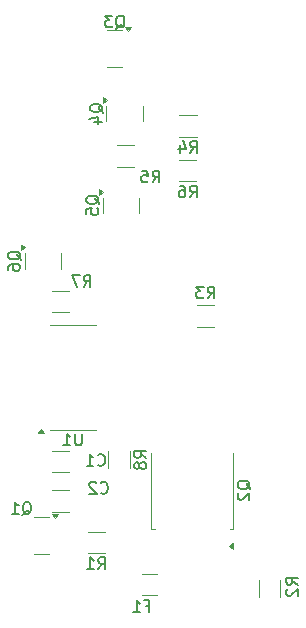
<source format=gbr>
%TF.GenerationSoftware,KiCad,Pcbnew,8.0.6*%
%TF.CreationDate,2025-02-12T14:43:40-05:00*%
%TF.ProjectId,PwrModule,5077724d-6f64-4756-9c65-2e6b69636164,rev?*%
%TF.SameCoordinates,Original*%
%TF.FileFunction,Legend,Bot*%
%TF.FilePolarity,Positive*%
%FSLAX46Y46*%
G04 Gerber Fmt 4.6, Leading zero omitted, Abs format (unit mm)*
G04 Created by KiCad (PCBNEW 8.0.6) date 2025-02-12 14:43:40*
%MOMM*%
%LPD*%
G01*
G04 APERTURE LIST*
%ADD10C,0.150000*%
%ADD11C,0.120000*%
G04 APERTURE END LIST*
D10*
X109446666Y-78609580D02*
X109494285Y-78657200D01*
X109494285Y-78657200D02*
X109637142Y-78704819D01*
X109637142Y-78704819D02*
X109732380Y-78704819D01*
X109732380Y-78704819D02*
X109875237Y-78657200D01*
X109875237Y-78657200D02*
X109970475Y-78561961D01*
X109970475Y-78561961D02*
X110018094Y-78466723D01*
X110018094Y-78466723D02*
X110065713Y-78276247D01*
X110065713Y-78276247D02*
X110065713Y-78133390D01*
X110065713Y-78133390D02*
X110018094Y-77942914D01*
X110018094Y-77942914D02*
X109970475Y-77847676D01*
X109970475Y-77847676D02*
X109875237Y-77752438D01*
X109875237Y-77752438D02*
X109732380Y-77704819D01*
X109732380Y-77704819D02*
X109637142Y-77704819D01*
X109637142Y-77704819D02*
X109494285Y-77752438D01*
X109494285Y-77752438D02*
X109446666Y-77800057D01*
X108494285Y-78704819D02*
X109065713Y-78704819D01*
X108779999Y-78704819D02*
X108779999Y-77704819D01*
X108779999Y-77704819D02*
X108875237Y-77847676D01*
X108875237Y-77847676D02*
X108970475Y-77942914D01*
X108970475Y-77942914D02*
X109065713Y-77990533D01*
X126394819Y-88753333D02*
X125918628Y-88420000D01*
X126394819Y-88181905D02*
X125394819Y-88181905D01*
X125394819Y-88181905D02*
X125394819Y-88562857D01*
X125394819Y-88562857D02*
X125442438Y-88658095D01*
X125442438Y-88658095D02*
X125490057Y-88705714D01*
X125490057Y-88705714D02*
X125585295Y-88753333D01*
X125585295Y-88753333D02*
X125728152Y-88753333D01*
X125728152Y-88753333D02*
X125823390Y-88705714D01*
X125823390Y-88705714D02*
X125871009Y-88658095D01*
X125871009Y-88658095D02*
X125918628Y-88562857D01*
X125918628Y-88562857D02*
X125918628Y-88181905D01*
X125490057Y-89134286D02*
X125442438Y-89181905D01*
X125442438Y-89181905D02*
X125394819Y-89277143D01*
X125394819Y-89277143D02*
X125394819Y-89515238D01*
X125394819Y-89515238D02*
X125442438Y-89610476D01*
X125442438Y-89610476D02*
X125490057Y-89658095D01*
X125490057Y-89658095D02*
X125585295Y-89705714D01*
X125585295Y-89705714D02*
X125680533Y-89705714D01*
X125680533Y-89705714D02*
X125823390Y-89658095D01*
X125823390Y-89658095D02*
X126394819Y-89086667D01*
X126394819Y-89086667D02*
X126394819Y-89705714D01*
X113483333Y-90561009D02*
X113816666Y-90561009D01*
X113816666Y-91084819D02*
X113816666Y-90084819D01*
X113816666Y-90084819D02*
X113340476Y-90084819D01*
X112435714Y-91084819D02*
X113007142Y-91084819D01*
X112721428Y-91084819D02*
X112721428Y-90084819D01*
X112721428Y-90084819D02*
X112816666Y-90227676D01*
X112816666Y-90227676D02*
X112911904Y-90322914D01*
X112911904Y-90322914D02*
X113007142Y-90370533D01*
X114076666Y-54694819D02*
X114409999Y-54218628D01*
X114648094Y-54694819D02*
X114648094Y-53694819D01*
X114648094Y-53694819D02*
X114267142Y-53694819D01*
X114267142Y-53694819D02*
X114171904Y-53742438D01*
X114171904Y-53742438D02*
X114124285Y-53790057D01*
X114124285Y-53790057D02*
X114076666Y-53885295D01*
X114076666Y-53885295D02*
X114076666Y-54028152D01*
X114076666Y-54028152D02*
X114124285Y-54123390D01*
X114124285Y-54123390D02*
X114171904Y-54171009D01*
X114171904Y-54171009D02*
X114267142Y-54218628D01*
X114267142Y-54218628D02*
X114648094Y-54218628D01*
X113171904Y-53694819D02*
X113648094Y-53694819D01*
X113648094Y-53694819D02*
X113695713Y-54171009D01*
X113695713Y-54171009D02*
X113648094Y-54123390D01*
X113648094Y-54123390D02*
X113552856Y-54075771D01*
X113552856Y-54075771D02*
X113314761Y-54075771D01*
X113314761Y-54075771D02*
X113219523Y-54123390D01*
X113219523Y-54123390D02*
X113171904Y-54171009D01*
X113171904Y-54171009D02*
X113124285Y-54266247D01*
X113124285Y-54266247D02*
X113124285Y-54504342D01*
X113124285Y-54504342D02*
X113171904Y-54599580D01*
X113171904Y-54599580D02*
X113219523Y-54647200D01*
X113219523Y-54647200D02*
X113314761Y-54694819D01*
X113314761Y-54694819D02*
X113552856Y-54694819D01*
X113552856Y-54694819D02*
X113648094Y-54647200D01*
X113648094Y-54647200D02*
X113695713Y-54599580D01*
X122370057Y-80684761D02*
X122322438Y-80589523D01*
X122322438Y-80589523D02*
X122227200Y-80494285D01*
X122227200Y-80494285D02*
X122084342Y-80351428D01*
X122084342Y-80351428D02*
X122036723Y-80256190D01*
X122036723Y-80256190D02*
X122036723Y-80160952D01*
X122274819Y-80208571D02*
X122227200Y-80113333D01*
X122227200Y-80113333D02*
X122131961Y-80018095D01*
X122131961Y-80018095D02*
X121941485Y-79970476D01*
X121941485Y-79970476D02*
X121608152Y-79970476D01*
X121608152Y-79970476D02*
X121417676Y-80018095D01*
X121417676Y-80018095D02*
X121322438Y-80113333D01*
X121322438Y-80113333D02*
X121274819Y-80208571D01*
X121274819Y-80208571D02*
X121274819Y-80399047D01*
X121274819Y-80399047D02*
X121322438Y-80494285D01*
X121322438Y-80494285D02*
X121417676Y-80589523D01*
X121417676Y-80589523D02*
X121608152Y-80637142D01*
X121608152Y-80637142D02*
X121941485Y-80637142D01*
X121941485Y-80637142D02*
X122131961Y-80589523D01*
X122131961Y-80589523D02*
X122227200Y-80494285D01*
X122227200Y-80494285D02*
X122274819Y-80399047D01*
X122274819Y-80399047D02*
X122274819Y-80208571D01*
X121370057Y-81018095D02*
X121322438Y-81065714D01*
X121322438Y-81065714D02*
X121274819Y-81160952D01*
X121274819Y-81160952D02*
X121274819Y-81399047D01*
X121274819Y-81399047D02*
X121322438Y-81494285D01*
X121322438Y-81494285D02*
X121370057Y-81541904D01*
X121370057Y-81541904D02*
X121465295Y-81589523D01*
X121465295Y-81589523D02*
X121560533Y-81589523D01*
X121560533Y-81589523D02*
X121703390Y-81541904D01*
X121703390Y-81541904D02*
X122274819Y-80970476D01*
X122274819Y-80970476D02*
X122274819Y-81589523D01*
X103065238Y-82840057D02*
X103160476Y-82792438D01*
X103160476Y-82792438D02*
X103255714Y-82697200D01*
X103255714Y-82697200D02*
X103398571Y-82554342D01*
X103398571Y-82554342D02*
X103493809Y-82506723D01*
X103493809Y-82506723D02*
X103589047Y-82506723D01*
X103541428Y-82744819D02*
X103636666Y-82697200D01*
X103636666Y-82697200D02*
X103731904Y-82601961D01*
X103731904Y-82601961D02*
X103779523Y-82411485D01*
X103779523Y-82411485D02*
X103779523Y-82078152D01*
X103779523Y-82078152D02*
X103731904Y-81887676D01*
X103731904Y-81887676D02*
X103636666Y-81792438D01*
X103636666Y-81792438D02*
X103541428Y-81744819D01*
X103541428Y-81744819D02*
X103350952Y-81744819D01*
X103350952Y-81744819D02*
X103255714Y-81792438D01*
X103255714Y-81792438D02*
X103160476Y-81887676D01*
X103160476Y-81887676D02*
X103112857Y-82078152D01*
X103112857Y-82078152D02*
X103112857Y-82411485D01*
X103112857Y-82411485D02*
X103160476Y-82601961D01*
X103160476Y-82601961D02*
X103255714Y-82697200D01*
X103255714Y-82697200D02*
X103350952Y-82744819D01*
X103350952Y-82744819D02*
X103541428Y-82744819D01*
X102160476Y-82744819D02*
X102731904Y-82744819D01*
X102446190Y-82744819D02*
X102446190Y-81744819D01*
X102446190Y-81744819D02*
X102541428Y-81887676D01*
X102541428Y-81887676D02*
X102636666Y-81982914D01*
X102636666Y-81982914D02*
X102731904Y-82030533D01*
X102950057Y-61267261D02*
X102902438Y-61172023D01*
X102902438Y-61172023D02*
X102807200Y-61076785D01*
X102807200Y-61076785D02*
X102664342Y-60933928D01*
X102664342Y-60933928D02*
X102616723Y-60838690D01*
X102616723Y-60838690D02*
X102616723Y-60743452D01*
X102854819Y-60791071D02*
X102807200Y-60695833D01*
X102807200Y-60695833D02*
X102711961Y-60600595D01*
X102711961Y-60600595D02*
X102521485Y-60552976D01*
X102521485Y-60552976D02*
X102188152Y-60552976D01*
X102188152Y-60552976D02*
X101997676Y-60600595D01*
X101997676Y-60600595D02*
X101902438Y-60695833D01*
X101902438Y-60695833D02*
X101854819Y-60791071D01*
X101854819Y-60791071D02*
X101854819Y-60981547D01*
X101854819Y-60981547D02*
X101902438Y-61076785D01*
X101902438Y-61076785D02*
X101997676Y-61172023D01*
X101997676Y-61172023D02*
X102188152Y-61219642D01*
X102188152Y-61219642D02*
X102521485Y-61219642D01*
X102521485Y-61219642D02*
X102711961Y-61172023D01*
X102711961Y-61172023D02*
X102807200Y-61076785D01*
X102807200Y-61076785D02*
X102854819Y-60981547D01*
X102854819Y-60981547D02*
X102854819Y-60791071D01*
X101854819Y-62076785D02*
X101854819Y-61886309D01*
X101854819Y-61886309D02*
X101902438Y-61791071D01*
X101902438Y-61791071D02*
X101950057Y-61743452D01*
X101950057Y-61743452D02*
X102092914Y-61648214D01*
X102092914Y-61648214D02*
X102283390Y-61600595D01*
X102283390Y-61600595D02*
X102664342Y-61600595D01*
X102664342Y-61600595D02*
X102759580Y-61648214D01*
X102759580Y-61648214D02*
X102807200Y-61695833D01*
X102807200Y-61695833D02*
X102854819Y-61791071D01*
X102854819Y-61791071D02*
X102854819Y-61981547D01*
X102854819Y-61981547D02*
X102807200Y-62076785D01*
X102807200Y-62076785D02*
X102759580Y-62124404D01*
X102759580Y-62124404D02*
X102664342Y-62172023D01*
X102664342Y-62172023D02*
X102426247Y-62172023D01*
X102426247Y-62172023D02*
X102331009Y-62124404D01*
X102331009Y-62124404D02*
X102283390Y-62076785D01*
X102283390Y-62076785D02*
X102235771Y-61981547D01*
X102235771Y-61981547D02*
X102235771Y-61791071D01*
X102235771Y-61791071D02*
X102283390Y-61695833D01*
X102283390Y-61695833D02*
X102331009Y-61648214D01*
X102331009Y-61648214D02*
X102426247Y-61600595D01*
X109676666Y-80959580D02*
X109724285Y-81007200D01*
X109724285Y-81007200D02*
X109867142Y-81054819D01*
X109867142Y-81054819D02*
X109962380Y-81054819D01*
X109962380Y-81054819D02*
X110105237Y-81007200D01*
X110105237Y-81007200D02*
X110200475Y-80911961D01*
X110200475Y-80911961D02*
X110248094Y-80816723D01*
X110248094Y-80816723D02*
X110295713Y-80626247D01*
X110295713Y-80626247D02*
X110295713Y-80483390D01*
X110295713Y-80483390D02*
X110248094Y-80292914D01*
X110248094Y-80292914D02*
X110200475Y-80197676D01*
X110200475Y-80197676D02*
X110105237Y-80102438D01*
X110105237Y-80102438D02*
X109962380Y-80054819D01*
X109962380Y-80054819D02*
X109867142Y-80054819D01*
X109867142Y-80054819D02*
X109724285Y-80102438D01*
X109724285Y-80102438D02*
X109676666Y-80150057D01*
X109295713Y-80150057D02*
X109248094Y-80102438D01*
X109248094Y-80102438D02*
X109152856Y-80054819D01*
X109152856Y-80054819D02*
X108914761Y-80054819D01*
X108914761Y-80054819D02*
X108819523Y-80102438D01*
X108819523Y-80102438D02*
X108771904Y-80150057D01*
X108771904Y-80150057D02*
X108724285Y-80245295D01*
X108724285Y-80245295D02*
X108724285Y-80340533D01*
X108724285Y-80340533D02*
X108771904Y-80483390D01*
X108771904Y-80483390D02*
X109343332Y-81054819D01*
X109343332Y-81054819D02*
X108724285Y-81054819D01*
X113534819Y-78013333D02*
X113058628Y-77680000D01*
X113534819Y-77441905D02*
X112534819Y-77441905D01*
X112534819Y-77441905D02*
X112534819Y-77822857D01*
X112534819Y-77822857D02*
X112582438Y-77918095D01*
X112582438Y-77918095D02*
X112630057Y-77965714D01*
X112630057Y-77965714D02*
X112725295Y-78013333D01*
X112725295Y-78013333D02*
X112868152Y-78013333D01*
X112868152Y-78013333D02*
X112963390Y-77965714D01*
X112963390Y-77965714D02*
X113011009Y-77918095D01*
X113011009Y-77918095D02*
X113058628Y-77822857D01*
X113058628Y-77822857D02*
X113058628Y-77441905D01*
X112963390Y-78584762D02*
X112915771Y-78489524D01*
X112915771Y-78489524D02*
X112868152Y-78441905D01*
X112868152Y-78441905D02*
X112772914Y-78394286D01*
X112772914Y-78394286D02*
X112725295Y-78394286D01*
X112725295Y-78394286D02*
X112630057Y-78441905D01*
X112630057Y-78441905D02*
X112582438Y-78489524D01*
X112582438Y-78489524D02*
X112534819Y-78584762D01*
X112534819Y-78584762D02*
X112534819Y-78775238D01*
X112534819Y-78775238D02*
X112582438Y-78870476D01*
X112582438Y-78870476D02*
X112630057Y-78918095D01*
X112630057Y-78918095D02*
X112725295Y-78965714D01*
X112725295Y-78965714D02*
X112772914Y-78965714D01*
X112772914Y-78965714D02*
X112868152Y-78918095D01*
X112868152Y-78918095D02*
X112915771Y-78870476D01*
X112915771Y-78870476D02*
X112963390Y-78775238D01*
X112963390Y-78775238D02*
X112963390Y-78584762D01*
X112963390Y-78584762D02*
X113011009Y-78489524D01*
X113011009Y-78489524D02*
X113058628Y-78441905D01*
X113058628Y-78441905D02*
X113153866Y-78394286D01*
X113153866Y-78394286D02*
X113344342Y-78394286D01*
X113344342Y-78394286D02*
X113439580Y-78441905D01*
X113439580Y-78441905D02*
X113487200Y-78489524D01*
X113487200Y-78489524D02*
X113534819Y-78584762D01*
X113534819Y-78584762D02*
X113534819Y-78775238D01*
X113534819Y-78775238D02*
X113487200Y-78870476D01*
X113487200Y-78870476D02*
X113439580Y-78918095D01*
X113439580Y-78918095D02*
X113344342Y-78965714D01*
X113344342Y-78965714D02*
X113153866Y-78965714D01*
X113153866Y-78965714D02*
X113058628Y-78918095D01*
X113058628Y-78918095D02*
X113011009Y-78870476D01*
X113011009Y-78870476D02*
X112963390Y-78775238D01*
X118736666Y-64524819D02*
X119069999Y-64048628D01*
X119308094Y-64524819D02*
X119308094Y-63524819D01*
X119308094Y-63524819D02*
X118927142Y-63524819D01*
X118927142Y-63524819D02*
X118831904Y-63572438D01*
X118831904Y-63572438D02*
X118784285Y-63620057D01*
X118784285Y-63620057D02*
X118736666Y-63715295D01*
X118736666Y-63715295D02*
X118736666Y-63858152D01*
X118736666Y-63858152D02*
X118784285Y-63953390D01*
X118784285Y-63953390D02*
X118831904Y-64001009D01*
X118831904Y-64001009D02*
X118927142Y-64048628D01*
X118927142Y-64048628D02*
X119308094Y-64048628D01*
X118403332Y-63524819D02*
X117784285Y-63524819D01*
X117784285Y-63524819D02*
X118117618Y-63905771D01*
X118117618Y-63905771D02*
X117974761Y-63905771D01*
X117974761Y-63905771D02*
X117879523Y-63953390D01*
X117879523Y-63953390D02*
X117831904Y-64001009D01*
X117831904Y-64001009D02*
X117784285Y-64096247D01*
X117784285Y-64096247D02*
X117784285Y-64334342D01*
X117784285Y-64334342D02*
X117831904Y-64429580D01*
X117831904Y-64429580D02*
X117879523Y-64477200D01*
X117879523Y-64477200D02*
X117974761Y-64524819D01*
X117974761Y-64524819D02*
X118260475Y-64524819D01*
X118260475Y-64524819D02*
X118355713Y-64477200D01*
X118355713Y-64477200D02*
X118403332Y-64429580D01*
X108236666Y-63534819D02*
X108569999Y-63058628D01*
X108808094Y-63534819D02*
X108808094Y-62534819D01*
X108808094Y-62534819D02*
X108427142Y-62534819D01*
X108427142Y-62534819D02*
X108331904Y-62582438D01*
X108331904Y-62582438D02*
X108284285Y-62630057D01*
X108284285Y-62630057D02*
X108236666Y-62725295D01*
X108236666Y-62725295D02*
X108236666Y-62868152D01*
X108236666Y-62868152D02*
X108284285Y-62963390D01*
X108284285Y-62963390D02*
X108331904Y-63011009D01*
X108331904Y-63011009D02*
X108427142Y-63058628D01*
X108427142Y-63058628D02*
X108808094Y-63058628D01*
X107903332Y-62534819D02*
X107236666Y-62534819D01*
X107236666Y-62534819D02*
X107665237Y-63534819D01*
X109870057Y-48787261D02*
X109822438Y-48692023D01*
X109822438Y-48692023D02*
X109727200Y-48596785D01*
X109727200Y-48596785D02*
X109584342Y-48453928D01*
X109584342Y-48453928D02*
X109536723Y-48358690D01*
X109536723Y-48358690D02*
X109536723Y-48263452D01*
X109774819Y-48311071D02*
X109727200Y-48215833D01*
X109727200Y-48215833D02*
X109631961Y-48120595D01*
X109631961Y-48120595D02*
X109441485Y-48072976D01*
X109441485Y-48072976D02*
X109108152Y-48072976D01*
X109108152Y-48072976D02*
X108917676Y-48120595D01*
X108917676Y-48120595D02*
X108822438Y-48215833D01*
X108822438Y-48215833D02*
X108774819Y-48311071D01*
X108774819Y-48311071D02*
X108774819Y-48501547D01*
X108774819Y-48501547D02*
X108822438Y-48596785D01*
X108822438Y-48596785D02*
X108917676Y-48692023D01*
X108917676Y-48692023D02*
X109108152Y-48739642D01*
X109108152Y-48739642D02*
X109441485Y-48739642D01*
X109441485Y-48739642D02*
X109631961Y-48692023D01*
X109631961Y-48692023D02*
X109727200Y-48596785D01*
X109727200Y-48596785D02*
X109774819Y-48501547D01*
X109774819Y-48501547D02*
X109774819Y-48311071D01*
X109108152Y-49596785D02*
X109774819Y-49596785D01*
X108727200Y-49358690D02*
X109441485Y-49120595D01*
X109441485Y-49120595D02*
X109441485Y-49739642D01*
X109484166Y-87444819D02*
X109817499Y-86968628D01*
X110055594Y-87444819D02*
X110055594Y-86444819D01*
X110055594Y-86444819D02*
X109674642Y-86444819D01*
X109674642Y-86444819D02*
X109579404Y-86492438D01*
X109579404Y-86492438D02*
X109531785Y-86540057D01*
X109531785Y-86540057D02*
X109484166Y-86635295D01*
X109484166Y-86635295D02*
X109484166Y-86778152D01*
X109484166Y-86778152D02*
X109531785Y-86873390D01*
X109531785Y-86873390D02*
X109579404Y-86921009D01*
X109579404Y-86921009D02*
X109674642Y-86968628D01*
X109674642Y-86968628D02*
X110055594Y-86968628D01*
X108531785Y-87444819D02*
X109103213Y-87444819D01*
X108817499Y-87444819D02*
X108817499Y-86444819D01*
X108817499Y-86444819D02*
X108912737Y-86587676D01*
X108912737Y-86587676D02*
X109007975Y-86682914D01*
X109007975Y-86682914D02*
X109103213Y-86730533D01*
X108086904Y-75974819D02*
X108086904Y-76784342D01*
X108086904Y-76784342D02*
X108039285Y-76879580D01*
X108039285Y-76879580D02*
X107991666Y-76927200D01*
X107991666Y-76927200D02*
X107896428Y-76974819D01*
X107896428Y-76974819D02*
X107705952Y-76974819D01*
X107705952Y-76974819D02*
X107610714Y-76927200D01*
X107610714Y-76927200D02*
X107563095Y-76879580D01*
X107563095Y-76879580D02*
X107515476Y-76784342D01*
X107515476Y-76784342D02*
X107515476Y-75974819D01*
X106515476Y-76974819D02*
X107086904Y-76974819D01*
X106801190Y-76974819D02*
X106801190Y-75974819D01*
X106801190Y-75974819D02*
X106896428Y-76117676D01*
X106896428Y-76117676D02*
X106991666Y-76212914D01*
X106991666Y-76212914D02*
X107086904Y-76260533D01*
X110965238Y-41670057D02*
X111060476Y-41622438D01*
X111060476Y-41622438D02*
X111155714Y-41527200D01*
X111155714Y-41527200D02*
X111298571Y-41384342D01*
X111298571Y-41384342D02*
X111393809Y-41336723D01*
X111393809Y-41336723D02*
X111489047Y-41336723D01*
X111441428Y-41574819D02*
X111536666Y-41527200D01*
X111536666Y-41527200D02*
X111631904Y-41431961D01*
X111631904Y-41431961D02*
X111679523Y-41241485D01*
X111679523Y-41241485D02*
X111679523Y-40908152D01*
X111679523Y-40908152D02*
X111631904Y-40717676D01*
X111631904Y-40717676D02*
X111536666Y-40622438D01*
X111536666Y-40622438D02*
X111441428Y-40574819D01*
X111441428Y-40574819D02*
X111250952Y-40574819D01*
X111250952Y-40574819D02*
X111155714Y-40622438D01*
X111155714Y-40622438D02*
X111060476Y-40717676D01*
X111060476Y-40717676D02*
X111012857Y-40908152D01*
X111012857Y-40908152D02*
X111012857Y-41241485D01*
X111012857Y-41241485D02*
X111060476Y-41431961D01*
X111060476Y-41431961D02*
X111155714Y-41527200D01*
X111155714Y-41527200D02*
X111250952Y-41574819D01*
X111250952Y-41574819D02*
X111441428Y-41574819D01*
X110679523Y-40574819D02*
X110060476Y-40574819D01*
X110060476Y-40574819D02*
X110393809Y-40955771D01*
X110393809Y-40955771D02*
X110250952Y-40955771D01*
X110250952Y-40955771D02*
X110155714Y-41003390D01*
X110155714Y-41003390D02*
X110108095Y-41051009D01*
X110108095Y-41051009D02*
X110060476Y-41146247D01*
X110060476Y-41146247D02*
X110060476Y-41384342D01*
X110060476Y-41384342D02*
X110108095Y-41479580D01*
X110108095Y-41479580D02*
X110155714Y-41527200D01*
X110155714Y-41527200D02*
X110250952Y-41574819D01*
X110250952Y-41574819D02*
X110536666Y-41574819D01*
X110536666Y-41574819D02*
X110631904Y-41527200D01*
X110631904Y-41527200D02*
X110679523Y-41479580D01*
X109560057Y-56557261D02*
X109512438Y-56462023D01*
X109512438Y-56462023D02*
X109417200Y-56366785D01*
X109417200Y-56366785D02*
X109274342Y-56223928D01*
X109274342Y-56223928D02*
X109226723Y-56128690D01*
X109226723Y-56128690D02*
X109226723Y-56033452D01*
X109464819Y-56081071D02*
X109417200Y-55985833D01*
X109417200Y-55985833D02*
X109321961Y-55890595D01*
X109321961Y-55890595D02*
X109131485Y-55842976D01*
X109131485Y-55842976D02*
X108798152Y-55842976D01*
X108798152Y-55842976D02*
X108607676Y-55890595D01*
X108607676Y-55890595D02*
X108512438Y-55985833D01*
X108512438Y-55985833D02*
X108464819Y-56081071D01*
X108464819Y-56081071D02*
X108464819Y-56271547D01*
X108464819Y-56271547D02*
X108512438Y-56366785D01*
X108512438Y-56366785D02*
X108607676Y-56462023D01*
X108607676Y-56462023D02*
X108798152Y-56509642D01*
X108798152Y-56509642D02*
X109131485Y-56509642D01*
X109131485Y-56509642D02*
X109321961Y-56462023D01*
X109321961Y-56462023D02*
X109417200Y-56366785D01*
X109417200Y-56366785D02*
X109464819Y-56271547D01*
X109464819Y-56271547D02*
X109464819Y-56081071D01*
X108464819Y-57414404D02*
X108464819Y-56938214D01*
X108464819Y-56938214D02*
X108941009Y-56890595D01*
X108941009Y-56890595D02*
X108893390Y-56938214D01*
X108893390Y-56938214D02*
X108845771Y-57033452D01*
X108845771Y-57033452D02*
X108845771Y-57271547D01*
X108845771Y-57271547D02*
X108893390Y-57366785D01*
X108893390Y-57366785D02*
X108941009Y-57414404D01*
X108941009Y-57414404D02*
X109036247Y-57462023D01*
X109036247Y-57462023D02*
X109274342Y-57462023D01*
X109274342Y-57462023D02*
X109369580Y-57414404D01*
X109369580Y-57414404D02*
X109417200Y-57366785D01*
X109417200Y-57366785D02*
X109464819Y-57271547D01*
X109464819Y-57271547D02*
X109464819Y-57033452D01*
X109464819Y-57033452D02*
X109417200Y-56938214D01*
X109417200Y-56938214D02*
X109369580Y-56890595D01*
X117234166Y-55964819D02*
X117567499Y-55488628D01*
X117805594Y-55964819D02*
X117805594Y-54964819D01*
X117805594Y-54964819D02*
X117424642Y-54964819D01*
X117424642Y-54964819D02*
X117329404Y-55012438D01*
X117329404Y-55012438D02*
X117281785Y-55060057D01*
X117281785Y-55060057D02*
X117234166Y-55155295D01*
X117234166Y-55155295D02*
X117234166Y-55298152D01*
X117234166Y-55298152D02*
X117281785Y-55393390D01*
X117281785Y-55393390D02*
X117329404Y-55441009D01*
X117329404Y-55441009D02*
X117424642Y-55488628D01*
X117424642Y-55488628D02*
X117805594Y-55488628D01*
X116377023Y-54964819D02*
X116567499Y-54964819D01*
X116567499Y-54964819D02*
X116662737Y-55012438D01*
X116662737Y-55012438D02*
X116710356Y-55060057D01*
X116710356Y-55060057D02*
X116805594Y-55202914D01*
X116805594Y-55202914D02*
X116853213Y-55393390D01*
X116853213Y-55393390D02*
X116853213Y-55774342D01*
X116853213Y-55774342D02*
X116805594Y-55869580D01*
X116805594Y-55869580D02*
X116757975Y-55917200D01*
X116757975Y-55917200D02*
X116662737Y-55964819D01*
X116662737Y-55964819D02*
X116472261Y-55964819D01*
X116472261Y-55964819D02*
X116377023Y-55917200D01*
X116377023Y-55917200D02*
X116329404Y-55869580D01*
X116329404Y-55869580D02*
X116281785Y-55774342D01*
X116281785Y-55774342D02*
X116281785Y-55536247D01*
X116281785Y-55536247D02*
X116329404Y-55441009D01*
X116329404Y-55441009D02*
X116377023Y-55393390D01*
X116377023Y-55393390D02*
X116472261Y-55345771D01*
X116472261Y-55345771D02*
X116662737Y-55345771D01*
X116662737Y-55345771D02*
X116757975Y-55393390D01*
X116757975Y-55393390D02*
X116805594Y-55441009D01*
X116805594Y-55441009D02*
X116853213Y-55536247D01*
X117249166Y-52194819D02*
X117582499Y-51718628D01*
X117820594Y-52194819D02*
X117820594Y-51194819D01*
X117820594Y-51194819D02*
X117439642Y-51194819D01*
X117439642Y-51194819D02*
X117344404Y-51242438D01*
X117344404Y-51242438D02*
X117296785Y-51290057D01*
X117296785Y-51290057D02*
X117249166Y-51385295D01*
X117249166Y-51385295D02*
X117249166Y-51528152D01*
X117249166Y-51528152D02*
X117296785Y-51623390D01*
X117296785Y-51623390D02*
X117344404Y-51671009D01*
X117344404Y-51671009D02*
X117439642Y-51718628D01*
X117439642Y-51718628D02*
X117820594Y-51718628D01*
X116392023Y-51528152D02*
X116392023Y-52194819D01*
X116630118Y-51147200D02*
X116868213Y-51861485D01*
X116868213Y-51861485D02*
X116249166Y-51861485D01*
D11*
%TO.C,C1*%
X105543748Y-77420000D02*
X106966252Y-77420000D01*
X105543748Y-79240000D02*
X106966252Y-79240000D01*
%TO.C,R2*%
X123080000Y-88322936D02*
X123080000Y-89777064D01*
X124900000Y-88322936D02*
X124900000Y-89777064D01*
%TO.C,F1*%
X113217936Y-87850000D02*
X114422064Y-87850000D01*
X113217936Y-89670000D02*
X114422064Y-89670000D01*
%TO.C,R5*%
X111065436Y-51540000D02*
X112519564Y-51540000D01*
X111065436Y-53360000D02*
X112519564Y-53360000D01*
%TO.C,Q2*%
X113980000Y-84060000D02*
X113980000Y-77640000D01*
X114250000Y-84060000D02*
X113980000Y-84060000D01*
X120610000Y-84060000D02*
X120880000Y-84060000D01*
X120880000Y-84060000D02*
X120880000Y-77640000D01*
X120900000Y-85720000D02*
X120570000Y-85480000D01*
X120900000Y-85240000D01*
X120900000Y-85720000D01*
G36*
X120900000Y-85720000D02*
G01*
X120570000Y-85480000D01*
X120900000Y-85240000D01*
X120900000Y-85720000D01*
G37*
%TO.C,Q1*%
X104020000Y-83047500D02*
X104670000Y-83047500D01*
X104020000Y-86167500D02*
X104670000Y-86167500D01*
X105320000Y-83047500D02*
X104670000Y-83047500D01*
X105320000Y-86167500D02*
X104670000Y-86167500D01*
X105832500Y-83097500D02*
X105592500Y-82767500D01*
X106072500Y-82767500D01*
X105832500Y-83097500D01*
G36*
X105832500Y-83097500D02*
G01*
X105592500Y-82767500D01*
X106072500Y-82767500D01*
X105832500Y-83097500D01*
G37*
%TO.C,Q6*%
X103240000Y-60712500D02*
X103240000Y-61362500D01*
X103240000Y-62012500D02*
X103240000Y-61362500D01*
X106360000Y-60712500D02*
X106360000Y-61362500D01*
X106360000Y-62012500D02*
X106360000Y-61362500D01*
X103290000Y-60200000D02*
X102960000Y-60440000D01*
X102960000Y-59960000D01*
X103290000Y-60200000D01*
G36*
X103290000Y-60200000D02*
G01*
X102960000Y-60440000D01*
X102960000Y-59960000D01*
X103290000Y-60200000D01*
G37*
%TO.C,C2*%
X105543748Y-80770000D02*
X106966252Y-80770000D01*
X105543748Y-82590000D02*
X106966252Y-82590000D01*
%TO.C,R8*%
X110320000Y-78864564D02*
X110320000Y-77410436D01*
X112140000Y-78864564D02*
X112140000Y-77410436D01*
%TO.C,R3*%
X117810436Y-65090000D02*
X119264564Y-65090000D01*
X117810436Y-66910000D02*
X119264564Y-66910000D01*
%TO.C,R7*%
X107027064Y-63890000D02*
X105572936Y-63890000D01*
X107027064Y-65710000D02*
X105572936Y-65710000D01*
%TO.C,Q4*%
X110160000Y-48232500D02*
X110160000Y-48882500D01*
X110160000Y-49532500D02*
X110160000Y-48882500D01*
X113280000Y-48232500D02*
X113280000Y-48882500D01*
X113280000Y-49532500D02*
X113280000Y-48882500D01*
X110210000Y-47720000D02*
X109880000Y-47960000D01*
X109880000Y-47480000D01*
X110210000Y-47720000D01*
G36*
X110210000Y-47720000D02*
G01*
X109880000Y-47960000D01*
X109880000Y-47480000D01*
X110210000Y-47720000D01*
G37*
%TO.C,R1*%
X110044564Y-84260000D02*
X108590436Y-84260000D01*
X110044564Y-86080000D02*
X108590436Y-86080000D01*
%TO.C,U1*%
X105375000Y-66805000D02*
X107325000Y-66805000D01*
X105375000Y-75675000D02*
X107325000Y-75675000D01*
X109275000Y-66805000D02*
X107325000Y-66805000D01*
X109275000Y-75675000D02*
X107325000Y-75675000D01*
X104865000Y-75940000D02*
X104385000Y-75940000D01*
X104625000Y-75610000D01*
X104865000Y-75940000D01*
G36*
X104865000Y-75940000D02*
G01*
X104385000Y-75940000D01*
X104625000Y-75610000D01*
X104865000Y-75940000D01*
G37*
%TO.C,Q3*%
X110202500Y-41820000D02*
X110852500Y-41820000D01*
X110202500Y-44940000D02*
X110852500Y-44940000D01*
X111502500Y-41820000D02*
X110852500Y-41820000D01*
X111502500Y-44940000D02*
X110852500Y-44940000D01*
X112015000Y-41870000D02*
X111775000Y-41540000D01*
X112255000Y-41540000D01*
X112015000Y-41870000D01*
G36*
X112015000Y-41870000D02*
G01*
X111775000Y-41540000D01*
X112255000Y-41540000D01*
X112015000Y-41870000D01*
G37*
%TO.C,Q5*%
X109850000Y-56002500D02*
X109850000Y-56652500D01*
X109850000Y-57302500D02*
X109850000Y-56652500D01*
X112970000Y-56002500D02*
X112970000Y-56652500D01*
X112970000Y-57302500D02*
X112970000Y-56652500D01*
X109900000Y-55490000D02*
X109570000Y-55730000D01*
X109570000Y-55250000D01*
X109900000Y-55490000D01*
G36*
X109900000Y-55490000D02*
G01*
X109570000Y-55730000D01*
X109570000Y-55250000D01*
X109900000Y-55490000D01*
G37*
%TO.C,R6*%
X117794564Y-52780000D02*
X116340436Y-52780000D01*
X117794564Y-54600000D02*
X116340436Y-54600000D01*
%TO.C,R4*%
X117809564Y-49010000D02*
X116355436Y-49010000D01*
X117809564Y-50830000D02*
X116355436Y-50830000D01*
%TD*%
M02*

</source>
